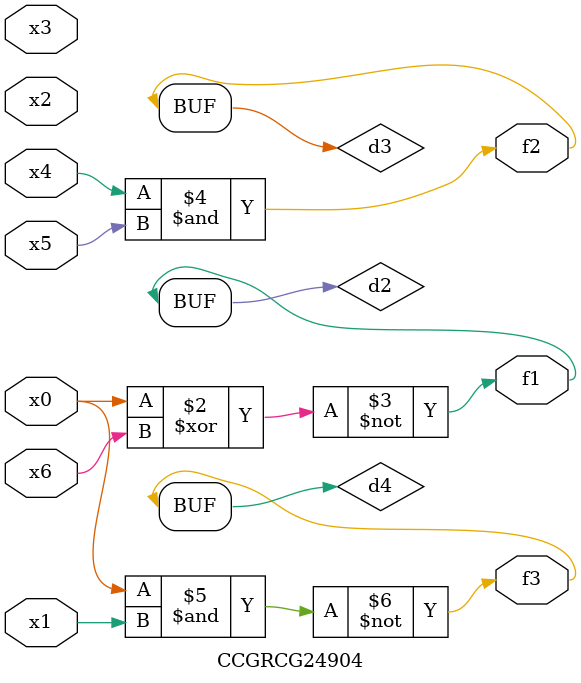
<source format=v>
module CCGRCG24904(
	input x0, x1, x2, x3, x4, x5, x6,
	output f1, f2, f3
);

	wire d1, d2, d3, d4;

	nor (d1, x0);
	xnor (d2, x0, x6);
	and (d3, x4, x5);
	nand (d4, x0, x1);
	assign f1 = d2;
	assign f2 = d3;
	assign f3 = d4;
endmodule

</source>
